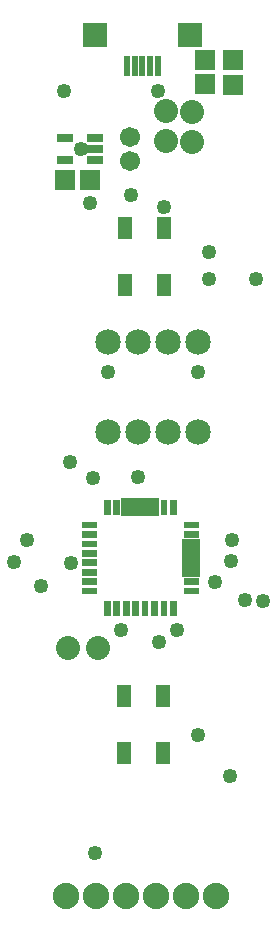
<source format=gts>
G04 MADE WITH FRITZING*
G04 WWW.FRITZING.ORG*
G04 DOUBLE SIDED*
G04 HOLES PLATED*
G04 CONTOUR ON CENTER OF CONTOUR VECTOR*
%ASAXBY*%
%FSLAX23Y23*%
%MOIN*%
%OFA0B0*%
%SFA1.0B1.0*%
%ADD10C,0.049370*%
%ADD11C,0.085000*%
%ADD12C,0.080000*%
%ADD13C,0.067000*%
%ADD14C,0.088000*%
%ADD15R,0.050236X0.077069*%
%ADD16R,0.050222X0.077069*%
%ADD17R,0.050236X0.077083*%
%ADD18R,0.050222X0.077056*%
%ADD19R,0.060000X0.032000*%
%ADD20R,0.032000X0.060000*%
%ADD21R,0.057244X0.031654*%
%ADD22R,0.023779X0.065118*%
%ADD23R,0.080866X0.084803*%
%ADD24R,0.069055X0.065118*%
%ADD25R,0.065118X0.069055*%
%ADD26C,0.030000*%
%ADD27C,0.010000*%
%LNMASK1*%
G90*
G70*
G54D10*
X694Y1942D03*
X394Y1942D03*
X580Y2491D03*
X887Y2250D03*
X729Y2253D03*
X564Y1040D03*
X751Y1242D03*
X693Y731D03*
X171Y1227D03*
X729Y2342D03*
X333Y2504D03*
X559Y2879D03*
X248Y2879D03*
X303Y2685D03*
X270Y1305D03*
X911Y1178D03*
X851Y1180D03*
X805Y1381D03*
X351Y338D03*
X124Y1382D03*
X80Y1307D03*
X471Y2531D03*
X266Y1640D03*
X493Y1591D03*
X342Y1589D03*
X804Y1313D03*
X800Y595D03*
X437Y1082D03*
X624Y1082D03*
G54D11*
X392Y1743D03*
X392Y2043D03*
X492Y1743D03*
X492Y2043D03*
X592Y1743D03*
X592Y2043D03*
X692Y1743D03*
X692Y2043D03*
G54D12*
X587Y2710D03*
X587Y2810D03*
X674Y2707D03*
X674Y2807D03*
G54D13*
X468Y2724D03*
X468Y2645D03*
X468Y2724D03*
X468Y2645D03*
X468Y2724D03*
X468Y2645D03*
G54D12*
X261Y1021D03*
X361Y1021D03*
G54D14*
X753Y196D03*
X653Y196D03*
X553Y196D03*
X453Y196D03*
X353Y196D03*
X253Y196D03*
G54D15*
X447Y863D03*
G54D16*
X577Y863D03*
G54D17*
X447Y670D03*
G54D18*
X577Y670D03*
G54D15*
X449Y2423D03*
G54D16*
X579Y2423D03*
G54D17*
X449Y2230D03*
G54D18*
X579Y2230D03*
G54D19*
X670Y1274D03*
X670Y1306D03*
X670Y1337D03*
X670Y1368D03*
G54D20*
X548Y1490D03*
X517Y1490D03*
X485Y1490D03*
X454Y1490D03*
G54D21*
X351Y2649D03*
X351Y2686D03*
X351Y2723D03*
X249Y2723D03*
X249Y2649D03*
G54D22*
X559Y2961D03*
X456Y2961D03*
X533Y2961D03*
X508Y2961D03*
X482Y2961D03*
G54D23*
X665Y3066D03*
X350Y3066D03*
G54D24*
X718Y2981D03*
X718Y2900D03*
G54D25*
X332Y2583D03*
X251Y2583D03*
G54D24*
X809Y2899D03*
X809Y2980D03*
G54D26*
G36*
X365Y1770D02*
X420Y1770D01*
X420Y1715D01*
X365Y1715D01*
X365Y1770D01*
G37*
D02*
G54D27*
G36*
X380Y1177D02*
X402Y1177D01*
X402Y1127D01*
X380Y1127D01*
X380Y1177D01*
G37*
D02*
G36*
X411Y1177D02*
X433Y1177D01*
X433Y1127D01*
X411Y1127D01*
X411Y1177D01*
G37*
D02*
G36*
X443Y1177D02*
X465Y1177D01*
X465Y1127D01*
X443Y1127D01*
X443Y1177D01*
G37*
D02*
G36*
X474Y1177D02*
X496Y1177D01*
X496Y1127D01*
X474Y1127D01*
X474Y1177D01*
G37*
D02*
G36*
X506Y1177D02*
X528Y1177D01*
X528Y1127D01*
X506Y1127D01*
X506Y1177D01*
G37*
D02*
G36*
X537Y1177D02*
X559Y1177D01*
X559Y1127D01*
X537Y1127D01*
X537Y1177D01*
G37*
D02*
G36*
X569Y1177D02*
X591Y1177D01*
X591Y1127D01*
X569Y1127D01*
X569Y1177D01*
G37*
D02*
G36*
X600Y1177D02*
X622Y1177D01*
X622Y1127D01*
X600Y1127D01*
X600Y1177D01*
G37*
D02*
G36*
X645Y1222D02*
X695Y1222D01*
X695Y1200D01*
X645Y1200D01*
X645Y1222D01*
G37*
D02*
G36*
X645Y1254D02*
X695Y1254D01*
X695Y1232D01*
X645Y1232D01*
X645Y1254D01*
G37*
D02*
G36*
X645Y1411D02*
X695Y1411D01*
X695Y1389D01*
X645Y1389D01*
X645Y1411D01*
G37*
D02*
G36*
X645Y1442D02*
X695Y1442D01*
X695Y1420D01*
X645Y1420D01*
X645Y1442D01*
G37*
D02*
G36*
X600Y1515D02*
X622Y1515D01*
X622Y1465D01*
X600Y1465D01*
X600Y1515D01*
G37*
D02*
G36*
X569Y1515D02*
X591Y1515D01*
X591Y1465D01*
X569Y1465D01*
X569Y1515D01*
G37*
D02*
G36*
X411Y1515D02*
X433Y1515D01*
X433Y1465D01*
X411Y1465D01*
X411Y1515D01*
G37*
D02*
G36*
X380Y1515D02*
X402Y1515D01*
X402Y1465D01*
X380Y1465D01*
X380Y1515D01*
G37*
D02*
G36*
X307Y1442D02*
X357Y1442D01*
X357Y1420D01*
X307Y1420D01*
X307Y1442D01*
G37*
D02*
G36*
X307Y1411D02*
X357Y1411D01*
X357Y1389D01*
X307Y1389D01*
X307Y1411D01*
G37*
D02*
G36*
X307Y1379D02*
X357Y1379D01*
X357Y1357D01*
X307Y1357D01*
X307Y1379D01*
G37*
D02*
G36*
X307Y1348D02*
X357Y1348D01*
X357Y1326D01*
X307Y1326D01*
X307Y1348D01*
G37*
D02*
G36*
X307Y1317D02*
X357Y1317D01*
X357Y1295D01*
X307Y1295D01*
X307Y1317D01*
G37*
D02*
G36*
X307Y1285D02*
X357Y1285D01*
X357Y1263D01*
X307Y1263D01*
X307Y1285D01*
G37*
D02*
G36*
X307Y1254D02*
X357Y1254D01*
X357Y1232D01*
X307Y1232D01*
X307Y1254D01*
G37*
D02*
G36*
X307Y1222D02*
X357Y1222D01*
X357Y1200D01*
X307Y1200D01*
X307Y1222D01*
G37*
D02*
G04 End of Mask1*
M02*
</source>
